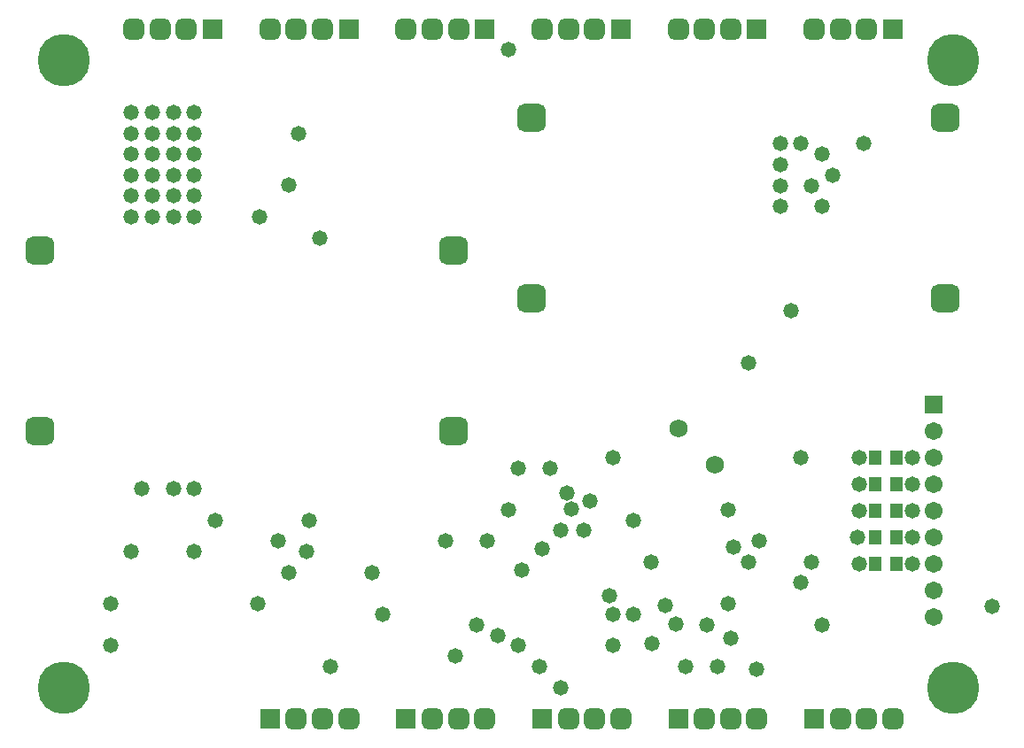
<source format=gbs>
%FSLAX24Y24*%
%MOIN*%
G70*
G01*
G75*
G04 Layer_Color=16711935*
%ADD10R,0.0400X0.0500*%
%ADD11R,0.0360X0.0500*%
%ADD12R,0.0360X0.0360*%
%ADD13R,0.0500X0.0400*%
%ADD14R,0.0800X0.0240*%
%ADD15O,0.0800X0.0240*%
%ADD16R,0.0500X0.0360*%
%ADD17R,0.0360X0.0360*%
%ADD18R,0.0590X0.0790*%
%ADD19R,0.1500X0.0790*%
G04:AMPARAMS|DCode=20|XSize=40mil|YSize=50mil|CornerRadius=0mil|HoleSize=0mil|Usage=FLASHONLY|Rotation=135.000|XOffset=0mil|YOffset=0mil|HoleType=Round|Shape=Rectangle|*
%AMROTATEDRECTD20*
4,1,4,0.0318,0.0035,-0.0035,-0.0318,-0.0318,-0.0035,0.0035,0.0318,0.0318,0.0035,0.0*
%
%ADD20ROTATEDRECTD20*%

%ADD21P,0.0424X4X360.0*%
G04:AMPARAMS|DCode=22|XSize=40mil|YSize=50mil|CornerRadius=0mil|HoleSize=0mil|Usage=FLASHONLY|Rotation=225.000|XOffset=0mil|YOffset=0mil|HoleType=Round|Shape=Rectangle|*
%AMROTATEDRECTD22*
4,1,4,-0.0035,0.0318,0.0318,-0.0035,0.0035,-0.0318,-0.0318,0.0035,-0.0035,0.0318,0.0*
%
%ADD22ROTATEDRECTD22*%

%ADD23O,0.1181X0.0472*%
%ADD24R,0.2559X0.2323*%
G04:AMPARAMS|DCode=25|XSize=21.7mil|YSize=65mil|CornerRadius=0mil|HoleSize=0mil|Usage=FLASHONLY|Rotation=315.000|XOffset=0mil|YOffset=0mil|HoleType=Round|Shape=Round|*
%AMOVALD25*
21,1,0.0433,0.0217,0.0000,0.0000,45.0*
1,1,0.0217,-0.0153,-0.0153*
1,1,0.0217,0.0153,0.0153*
%
%ADD25OVALD25*%

G04:AMPARAMS|DCode=26|XSize=21.7mil|YSize=65mil|CornerRadius=0mil|HoleSize=0mil|Usage=FLASHONLY|Rotation=225.000|XOffset=0mil|YOffset=0mil|HoleType=Round|Shape=Round|*
%AMOVALD26*
21,1,0.0433,0.0217,0.0000,0.0000,315.0*
1,1,0.0217,-0.0153,0.0153*
1,1,0.0217,0.0153,-0.0153*
%
%ADD26OVALD26*%

%ADD27R,0.0335X0.0157*%
%ADD28C,0.0200*%
%ADD29C,0.0400*%
%ADD30C,0.0300*%
%ADD31C,0.0600*%
%ADD32C,0.0800*%
%ADD33C,0.0150*%
%ADD34C,0.0500*%
%ADD35C,0.1500*%
%ADD36C,0.2000*%
%ADD37C,0.0100*%
%ADD38R,0.2362X0.5118*%
%ADD39R,0.4331X0.6299*%
G04:AMPARAMS|DCode=40|XSize=70mil|YSize=70mil|CornerRadius=17.5mil|HoleSize=0mil|Usage=FLASHONLY|Rotation=0.000|XOffset=0mil|YOffset=0mil|HoleType=Round|Shape=RoundedRectangle|*
%AMROUNDEDRECTD40*
21,1,0.0700,0.0350,0,0,0.0*
21,1,0.0350,0.0700,0,0,0.0*
1,1,0.0350,0.0175,-0.0175*
1,1,0.0350,-0.0175,-0.0175*
1,1,0.0350,-0.0175,0.0175*
1,1,0.0350,0.0175,0.0175*
%
%ADD40ROUNDEDRECTD40*%
%ADD41R,0.0700X0.0700*%
%ADD42C,0.1575*%
G04:AMPARAMS|DCode=43|XSize=98.4mil|YSize=98.4mil|CornerRadius=24.6mil|HoleSize=0mil|Usage=FLASHONLY|Rotation=270.000|XOffset=0mil|YOffset=0mil|HoleType=Round|Shape=RoundedRectangle|*
%AMROUNDEDRECTD43*
21,1,0.0984,0.0492,0,0,270.0*
21,1,0.0492,0.0984,0,0,270.0*
1,1,0.0492,-0.0246,-0.0246*
1,1,0.0492,-0.0246,0.0246*
1,1,0.0492,0.0246,0.0246*
1,1,0.0492,0.0246,-0.0246*
%
%ADD43ROUNDEDRECTD43*%
%ADD44C,0.0591*%
%ADD45R,0.0591X0.0591*%
%ADD46C,0.0600*%
%ADD47C,0.0500*%
%ADD48R,0.6693X0.5118*%
%ADD49C,0.0098*%
%ADD50C,0.0236*%
%ADD51C,0.0050*%
%ADD52C,0.0040*%
%ADD53C,0.0079*%
%ADD54R,0.0840X0.0380*%
%ADD55R,0.0480X0.0580*%
%ADD56R,0.0440X0.0580*%
%ADD57R,0.0440X0.0440*%
%ADD58R,0.0580X0.0480*%
%ADD59R,0.0880X0.0320*%
%ADD60O,0.0880X0.0320*%
%ADD61R,0.0580X0.0440*%
%ADD62R,0.0440X0.0440*%
%ADD63R,0.0670X0.0870*%
%ADD64R,0.1580X0.0870*%
G04:AMPARAMS|DCode=65|XSize=48mil|YSize=58mil|CornerRadius=0mil|HoleSize=0mil|Usage=FLASHONLY|Rotation=135.000|XOffset=0mil|YOffset=0mil|HoleType=Round|Shape=Rectangle|*
%AMROTATEDRECTD65*
4,1,4,0.0375,0.0035,-0.0035,-0.0375,-0.0375,-0.0035,0.0035,0.0375,0.0375,0.0035,0.0*
%
%ADD65ROTATEDRECTD65*%

%ADD66P,0.0537X4X360.0*%
G04:AMPARAMS|DCode=67|XSize=48mil|YSize=58mil|CornerRadius=0mil|HoleSize=0mil|Usage=FLASHONLY|Rotation=225.000|XOffset=0mil|YOffset=0mil|HoleType=Round|Shape=Rectangle|*
%AMROTATEDRECTD67*
4,1,4,-0.0035,0.0375,0.0375,-0.0035,0.0035,-0.0375,-0.0375,0.0035,-0.0035,0.0375,0.0*
%
%ADD67ROTATEDRECTD67*%

%ADD68O,0.1261X0.0552*%
%ADD69R,0.2639X0.2403*%
G04:AMPARAMS|DCode=70|XSize=29.7mil|YSize=73mil|CornerRadius=0mil|HoleSize=0mil|Usage=FLASHONLY|Rotation=315.000|XOffset=0mil|YOffset=0mil|HoleType=Round|Shape=Round|*
%AMOVALD70*
21,1,0.0433,0.0297,0.0000,0.0000,45.0*
1,1,0.0297,-0.0153,-0.0153*
1,1,0.0297,0.0153,0.0153*
%
%ADD70OVALD70*%

G04:AMPARAMS|DCode=71|XSize=29.7mil|YSize=73mil|CornerRadius=0mil|HoleSize=0mil|Usage=FLASHONLY|Rotation=225.000|XOffset=0mil|YOffset=0mil|HoleType=Round|Shape=Round|*
%AMOVALD71*
21,1,0.0433,0.0297,0.0000,0.0000,315.0*
1,1,0.0297,-0.0153,0.0153*
1,1,0.0297,0.0153,-0.0153*
%
%ADD71OVALD71*%

%ADD72R,0.0415X0.0237*%
G04:AMPARAMS|DCode=73|XSize=78mil|YSize=78mil|CornerRadius=21.5mil|HoleSize=0mil|Usage=FLASHONLY|Rotation=0.000|XOffset=0mil|YOffset=0mil|HoleType=Round|Shape=RoundedRectangle|*
%AMROUNDEDRECTD73*
21,1,0.0780,0.0350,0,0,0.0*
21,1,0.0350,0.0780,0,0,0.0*
1,1,0.0430,0.0175,-0.0175*
1,1,0.0430,-0.0175,-0.0175*
1,1,0.0430,-0.0175,0.0175*
1,1,0.0430,0.0175,0.0175*
%
%ADD73ROUNDEDRECTD73*%
%ADD74R,0.0780X0.0780*%
%ADD75C,0.1969*%
G04:AMPARAMS|DCode=76|XSize=106.4mil|YSize=106.4mil|CornerRadius=28.6mil|HoleSize=0mil|Usage=FLASHONLY|Rotation=270.000|XOffset=0mil|YOffset=0mil|HoleType=Round|Shape=RoundedRectangle|*
%AMROUNDEDRECTD76*
21,1,0.1064,0.0492,0,0,270.0*
21,1,0.0492,0.1064,0,0,270.0*
1,1,0.0572,-0.0246,-0.0246*
1,1,0.0572,-0.0246,0.0246*
1,1,0.0572,0.0246,0.0246*
1,1,0.0572,0.0246,-0.0246*
%
%ADD76ROUNDEDRECTD76*%
%ADD77C,0.0671*%
%ADD78R,0.0671X0.0671*%
%ADD79C,0.0680*%
%ADD80C,0.0580*%
D55*
X34295Y11013D02*
D03*
X33495D02*
D03*
X34295Y7013D02*
D03*
X33495D02*
D03*
X34295Y8013D02*
D03*
X33495D02*
D03*
X34295Y9013D02*
D03*
X33495D02*
D03*
X34295Y10013D02*
D03*
X33495D02*
D03*
D73*
X34154Y1181D02*
D03*
X33169D02*
D03*
X32185D02*
D03*
X23917D02*
D03*
X22933D02*
D03*
X21949D02*
D03*
X29035D02*
D03*
X28051D02*
D03*
X27067D02*
D03*
X13681D02*
D03*
X12697D02*
D03*
X11713D02*
D03*
X18799D02*
D03*
X17815D02*
D03*
X16831D02*
D03*
X26083Y27165D02*
D03*
X27067D02*
D03*
X28051D02*
D03*
X20965D02*
D03*
X21949D02*
D03*
X22933D02*
D03*
X15846D02*
D03*
X16831D02*
D03*
X17815D02*
D03*
X5610D02*
D03*
X6594D02*
D03*
X7579D02*
D03*
X10728D02*
D03*
X11713D02*
D03*
X12697D02*
D03*
X31201D02*
D03*
X32185D02*
D03*
X33169D02*
D03*
D74*
X31201Y1181D02*
D03*
X20965D02*
D03*
X26083D02*
D03*
X10728D02*
D03*
X15846D02*
D03*
X29035Y27165D02*
D03*
X23917D02*
D03*
X18799D02*
D03*
X8563D02*
D03*
X13681D02*
D03*
X34154D02*
D03*
D75*
X2953Y2362D02*
D03*
X36417D02*
D03*
Y25984D02*
D03*
X2953D02*
D03*
D76*
X36122Y23819D02*
D03*
X20571D02*
D03*
Y17008D02*
D03*
X36122D02*
D03*
X2067Y12008D02*
D03*
X17618D02*
D03*
Y18819D02*
D03*
X2067D02*
D03*
D77*
X35695Y12013D02*
D03*
Y5013D02*
D03*
Y6013D02*
D03*
Y7013D02*
D03*
Y8013D02*
D03*
Y9013D02*
D03*
Y10013D02*
D03*
Y11013D02*
D03*
D78*
Y13013D02*
D03*
D79*
X26090Y12099D02*
D03*
X27454Y10735D02*
D03*
D80*
X5512Y20079D02*
D03*
X6299D02*
D03*
X7087D02*
D03*
X7874D02*
D03*
X7087Y20866D02*
D03*
X6299D02*
D03*
X5512D02*
D03*
Y21654D02*
D03*
X6299D02*
D03*
X7087D02*
D03*
X7874Y20866D02*
D03*
Y21654D02*
D03*
X30315Y16535D02*
D03*
X18898Y7874D02*
D03*
X22770Y9384D02*
D03*
X21897Y9693D02*
D03*
X21260Y10630D02*
D03*
X23622Y11024D02*
D03*
X21654Y8268D02*
D03*
X20965Y7579D02*
D03*
X20180Y6794D02*
D03*
X22514Y8268D02*
D03*
X22061Y9077D02*
D03*
X18504Y4724D02*
D03*
X17710Y3536D02*
D03*
X25591Y5448D02*
D03*
X26003Y4743D02*
D03*
X27165Y4724D02*
D03*
X27953Y5513D02*
D03*
X24409Y5118D02*
D03*
X23622Y5118D02*
D03*
Y3937D02*
D03*
X23498Y5815D02*
D03*
X21654Y2362D02*
D03*
X20866Y3150D02*
D03*
X25087Y4010D02*
D03*
X25068Y7087D02*
D03*
X27559Y3150D02*
D03*
X20079Y3937D02*
D03*
X19291Y4331D02*
D03*
X24409Y8661D02*
D03*
X34895Y8013D02*
D03*
Y7013D02*
D03*
X32895Y10013D02*
D03*
Y9013D02*
D03*
X11437Y21280D02*
D03*
X7874Y24016D02*
D03*
Y23228D02*
D03*
Y22441D02*
D03*
X7087D02*
D03*
X6299D02*
D03*
X5512D02*
D03*
Y23228D02*
D03*
X6299D02*
D03*
X7087D02*
D03*
Y24016D02*
D03*
X6299D02*
D03*
X5512D02*
D03*
X19685Y26378D02*
D03*
X33071Y22835D02*
D03*
X32816Y8013D02*
D03*
X37895Y5412D02*
D03*
X32895Y7013D02*
D03*
X10324Y20079D02*
D03*
X12598Y19291D02*
D03*
X11811Y23228D02*
D03*
X34895Y11013D02*
D03*
Y9013D02*
D03*
Y10013D02*
D03*
X32895Y11013D02*
D03*
X29921Y22835D02*
D03*
Y20472D02*
D03*
Y21260D02*
D03*
Y22047D02*
D03*
X30709Y22835D02*
D03*
X31496Y22441D02*
D03*
X31890Y21654D02*
D03*
X31102Y21260D02*
D03*
X31496Y20472D02*
D03*
X5512Y7480D02*
D03*
X7874Y7480D02*
D03*
X5906Y9843D02*
D03*
X12094Y7480D02*
D03*
X4724Y5512D02*
D03*
Y3937D02*
D03*
X7087Y9843D02*
D03*
X7874D02*
D03*
X8661Y8661D02*
D03*
X14567Y6693D02*
D03*
X28051Y4232D02*
D03*
X29035Y3051D02*
D03*
X26378Y3150D02*
D03*
X17323Y7874D02*
D03*
X20079Y10630D02*
D03*
X10249Y5524D02*
D03*
X14961Y5118D02*
D03*
X11024Y7874D02*
D03*
X12205Y8661D02*
D03*
X19685Y9055D02*
D03*
X11417Y6693D02*
D03*
X12992Y3150D02*
D03*
X28740Y14567D02*
D03*
X30709Y11024D02*
D03*
X27953Y9055D02*
D03*
X28172Y7655D02*
D03*
X29130Y7878D02*
D03*
X28740Y7087D02*
D03*
X31102Y7087D02*
D03*
X30709Y6301D02*
D03*
X31496Y4724D02*
D03*
M02*

</source>
